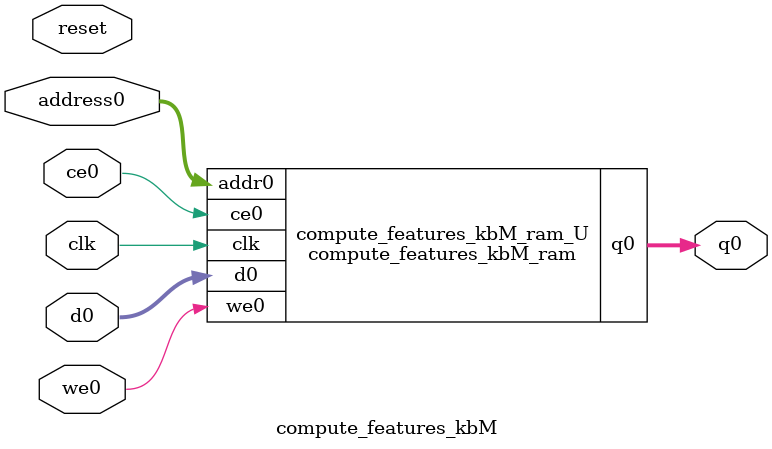
<source format=v>
`timescale 1 ns / 1 ps
module compute_features_kbM_ram (addr0, ce0, d0, we0, q0,  clk);

parameter DWIDTH = 32;
parameter AWIDTH = 8;
parameter MEM_SIZE = 199;

input[AWIDTH-1:0] addr0;
input ce0;
input[DWIDTH-1:0] d0;
input we0;
output reg[DWIDTH-1:0] q0;
input clk;

(* ram_style = "block" *)reg [DWIDTH-1:0] ram[0:MEM_SIZE-1];




always @(posedge clk)  
begin 
    if (ce0) 
    begin
        if (we0) 
        begin 
            ram[addr0] <= d0; 
        end 
        q0 <= ram[addr0];
    end
end


endmodule

`timescale 1 ns / 1 ps
module compute_features_kbM(
    reset,
    clk,
    address0,
    ce0,
    we0,
    d0,
    q0);

parameter DataWidth = 32'd32;
parameter AddressRange = 32'd199;
parameter AddressWidth = 32'd8;
input reset;
input clk;
input[AddressWidth - 1:0] address0;
input ce0;
input we0;
input[DataWidth - 1:0] d0;
output[DataWidth - 1:0] q0;



compute_features_kbM_ram compute_features_kbM_ram_U(
    .clk( clk ),
    .addr0( address0 ),
    .ce0( ce0 ),
    .we0( we0 ),
    .d0( d0 ),
    .q0( q0 ));

endmodule


</source>
